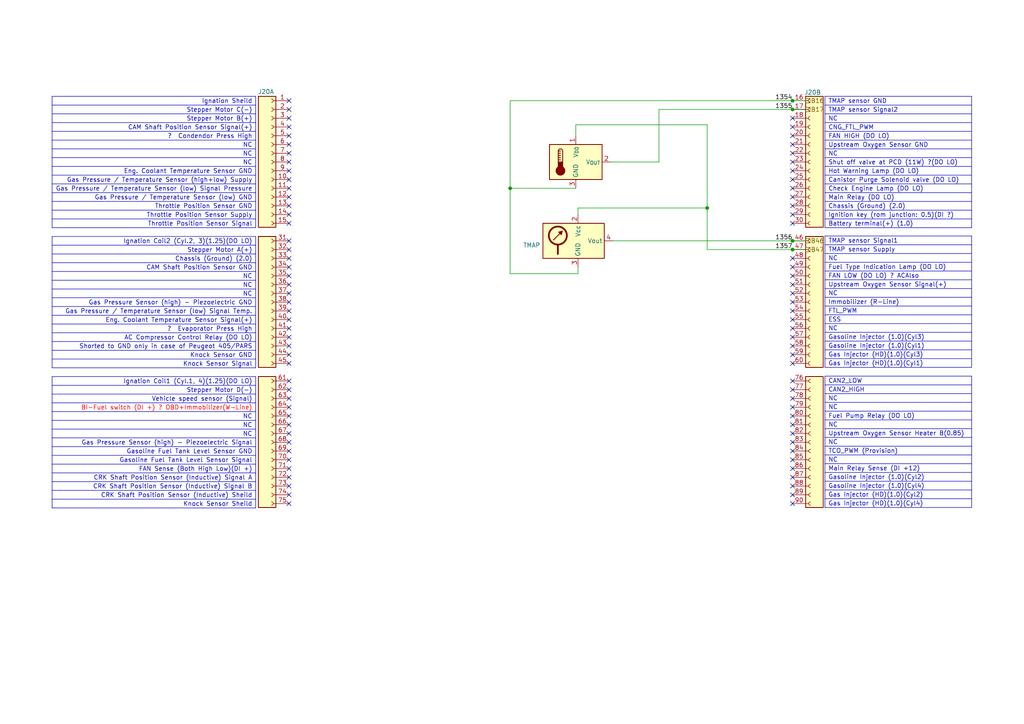
<source format=kicad_sch>
(kicad_sch (version 20250114) (generator "eeschema") (generator_version "9.0")
  (paper "A4")
  (lib_symbols
    (symbol "Conn_01x90_3Row_Socket_1" (pin_names (offset 1.016) (hide yes))
      (property "Reference" "J" (at 1.524 60.833 0))
      (property "Value" "Conn_01x90_3Row_Socket" (at 1.397 -61.214 0))
      (symbol "Conn_01x90_3Row_Socket_1_1_1"
        (pin passive line (at -4.318 58.42 0) (length 3.81) (name "A1") (number "1"))
        (pin passive line (at -4.318 55.88 0) (length 3.81) (name "A2") (number "2"))
        (pin passive line (at -4.318 53.34 0) (length 3.81) (name "A3") (number "3"))
        (pin passive line (at -4.318 50.8 0) (length 3.81) (name "A4") (number "4"))
        (pin passive line (at -4.318 48.26 0) (length 3.81) (name "A5") (number "5"))
        (pin passive line (at -4.318 45.72 0) (length 3.81) (name "A6") (number "6"))
        (pin passive line (at -4.318 43.18 0) (length 3.81) (name "A7") (number "7"))
        (pin passive line (at -4.318 40.64 0) (length 3.81) (name "A8") (number "8"))
        (pin passive line (at -4.318 38.1 0) (length 3.81) (name "A9") (number "9"))
        (pin passive line (at -4.318 35.56 0) (length 3.81) (name "A10") (number "10"))
        (pin passive line (at -4.318 33.02 0) (length 3.81) (name "A11") (number "11"))
        (pin passive line (at -4.318 30.48 0) (length 3.81) (name "A12") (number "12"))
        (pin passive line (at -4.318 27.94 0) (length 3.81) (name "A13") (number "13"))
        (pin passive line (at -4.318 25.4 0) (length 3.81) (name "A14") (number "14"))
        (pin passive line (at -4.318 22.86 0) (length 3.81) (name "A15") (number "15"))
        (pin passive line (at -4.318 17.78 0) (length 3.81) (name "A31") (number "31"))
        (pin passive line (at -4.318 15.24 0) (length 3.81) (name "A32") (number "32"))
        (pin passive line (at -4.318 12.7 0) (length 3.81) (name "A33") (number "33"))
        (pin passive line (at -4.318 10.16 0) (length 3.81) (name "A34") (number "34"))
        (pin passive line (at -4.318 7.62 0) (length 3.81) (name "A35") (number "35"))
        (pin passive line (at -4.318 5.08 0) (length 3.81) (name "A36") (number "36"))
        (pin passive line (at -4.318 2.54 0) (length 3.81) (name "A37") (number "37"))
        (pin passive line (at -4.318 0 0) (length 3.81) (name "A38") (number "38"))
        (pin passive line (at -4.318 -2.54 0) (length 3.81) (name "A39") (number "39"))
        (pin passive line (at -4.318 -5.08 0) (length 3.81) (name "A40") (number "40"))
        (pin passive line (at -4.318 -7.62 0) (length 3.81) (name "A41") (number "41"))
        (pin passive line (at -4.318 -10.16 0) (length 3.81) (name "A42") (number "42"))
        (pin passive line (at -4.318 -12.7 0) (length 3.81) (name "A43") (number "43"))
        (pin passive line (at -4.318 -15.24 0) (length 3.81) (name "A44") (number "44"))
        (pin passive line (at -4.318 -17.78 0) (length 3.81) (name "A45") (number "45"))
        (pin passive line (at -4.318 -22.86 0) (length 3.81) (name "A61") (number "61"))
        (pin passive line (at -4.318 -25.4 0) (length 3.81) (name "A62") (number "62"))
        (pin passive line (at -4.318 -27.94 0) (length 3.81) (name "A63") (number "63"))
        (pin passive line (at -4.318 -30.48 0) (length 3.81) (name "A64") (number "64"))
        (pin passive line (at -4.318 -33.02 0) (length 3.81) (name "A65") (number "65"))
        (pin passive line (at -4.318 -35.56 0) (length 3.81) (name "A66") (number "66"))
        (pin passive line (at -4.318 -38.1 0) (length 3.81) (name "A67") (number "67"))
        (pin passive line (at -4.318 -40.64 0) (length 3.81) (name "A68") (number "68"))
        (pin passive line (at -4.318 -43.18 0) (length 3.81) (name "A69") (number "69"))
        (pin passive line (at -4.318 -45.72 0) (length 3.81) (name "A70") (number "70"))
        (pin passive line (at -4.318 -48.26 0) (length 3.81) (name "A71") (number "71"))
        (pin passive line (at -4.318 -50.8 0) (length 3.81) (name "A72") (number "72"))
        (pin passive line (at -4.318 -53.34 0) (length 3.81) (name "A73") (number "73"))
        (pin passive line (at -4.318 -55.88 0) (length 3.81) (name "A74") (number "74"))
        (pin passive line (at -4.318 -58.42 0) (length 3.81) (name "A75") (number "75"))
      )
      (symbol "Conn_01x90_3Row_Socket_1_2_1"
        (pin passive line (at -4.318 58.42 0) (length 3.81) (name "B16") (number "16"))
        (pin passive line (at -4.318 55.88 0) (length 3.81) (name "B17") (number "17"))
        (pin passive line (at -4.318 53.34 0) (length 3.81) (name "B18") (number "18"))
        (pin passive line (at -4.318 50.8 0) (length 3.81) (name "B19") (number "19"))
        (pin passive line (at -4.318 48.26 0) (length 3.81) (name "B20") (number "20"))
        (pin passive line (at -4.318 45.72 0) (length 3.81) (name "B21") (number "21"))
        (pin passive line (at -4.318 43.18 0) (length 3.81) (name "B22") (number "22"))
        (pin passive line (at -4.318 40.64 0) (length 3.81) (name "B23") (number "23"))
        (pin passive line (at -4.318 38.1 0) (length 3.81) (name "B24") (number "24"))
        (pin passive line (at -4.318 35.56 0) (length 3.81) (name "B25") (number "25"))
        (pin passive line (at -4.318 33.02 0) (length 3.81) (name "B26") (number "26"))
        (pin passive line (at -4.318 30.48 0) (length 3.81) (name "B27") (number "27"))
        (pin passive line (at -4.318 27.94 0) (length 3.81) (name "B28") (number "28"))
        (pin passive line (at -4.318 25.4 0) (length 3.81) (name "B29") (number "29"))
        (pin passive line (at -4.318 22.86 0) (length 3.81) (name "B30") (number "30"))
        (pin passive line (at -4.318 17.78 0) (length 3.81) (name "B46") (number "46"))
        (pin passive line (at -4.318 15.24 0) (length 3.81) (name "B47") (number "47"))
        (pin passive line (at -4.318 12.7 0) (length 3.81) (name "B48") (number "48"))
        (pin passive line (at -4.318 10.16 0) (length 3.81) (name "B49") (number "49"))
        (pin passive line (at -4.318 7.62 0) (length 3.81) (name "B50") (number "50"))
        (pin passive line (at -4.318 5.08 0) (length 3.81) (name "B51") (number "51"))
        (pin passive line (at -4.318 2.54 0) (length 3.81) (name "B52") (number "52"))
        (pin passive line (at -4.318 0 0) (length 3.81) (name "B53") (number "53"))
        (pin passive line (at -4.318 -2.54 0) (length 3.81) (name "B54") (number "54"))
        (pin passive line (at -4.318 -5.08 0) (length 3.81) (name "B55") (number "55"))
        (pin passive line (at -4.318 -7.62 0) (length 3.81) (name "B56") (number "56"))
        (pin passive line (at -4.318 -10.16 0) (length 3.81) (name "B57") (number "57"))
        (pin passive line (at -4.318 -12.7 0) (length 3.81) (name "B58") (number "58"))
        (pin passive line (at -4.318 -15.24 0) (length 3.81) (name "B59") (number "59"))
        (pin passive line (at -4.318 -17.78 0) (length 3.81) (name "B60") (number "60"))
        (pin passive line (at -4.318 -22.86 0) (length 3.81) (name "B76") (number "76"))
        (pin passive line (at -4.318 -25.4 0) (length 3.81) (name "B77") (number "77"))
        (pin passive line (at -4.318 -27.94 0) (length 3.81) (name "B78") (number "78"))
        (pin passive line (at -4.318 -30.48 0) (length 3.81) (name "B79") (number "79"))
        (pin passive line (at -4.318 -33.02 0) (length 3.81) (name "B80") (number "80"))
        (pin passive line (at -4.318 -35.56 0) (length 3.81) (name "B81") (number "81"))
        (pin passive line (at -4.318 -38.1 0) (length 3.81) (name "B82") (number "82"))
        (pin passive line (at -4.318 -40.64 0) (length 3.81) (name "B83") (number "83"))
        (pin passive line (at -4.318 -43.18 0) (length 3.81) (name "B84") (number "84"))
        (pin passive line (at -4.318 -45.72 0) (length 3.81) (name "B85") (number "85"))
        (pin passive line (at -4.318 -48.26 0) (length 3.81) (name "B86") (number "86"))
        (pin passive line (at -4.318 -50.8 0) (length 3.81) (name "B87") (number "87"))
        (pin passive line (at -4.318 -53.34 0) (length 3.81) (name "B88") (number "88"))
        (pin passive line (at -4.318 -55.88 0) (length 3.81) (name "B89") (number "89"))
        (pin passive line (at -4.318 -58.42 0) (length 3.81) (name "B90") (number "90"))
      )
    )
    (symbol "Sensor_Pressure:MPXHZ6115A"
      (property "Reference" "U" (at -10.16 6.35 0))
      (property "Value" "MPXHZ6115A" (at 1.27 6.35 0))
      (symbol "MPXHZ6115A_1_1"
        (pin no_connect line (at -7.62 -5.08 90) (length 2.54) (hide yes) (name "NC") (number "5"))
        (pin no_connect line (at -5.08 -5.08 90) (length 2.54) (hide yes) (name "NC") (number "6"))
        (pin no_connect line (at -2.54 -5.08 90) (length 2.54) (hide yes) (name "NC") (number "7"))
        (pin power_in line (at 0 7.62 270) (length 2.54) (name "Vcc") (number "2"))
        (pin power_in line (at 0 -7.62 90) (length 2.54) (name "GND") (number "3"))
        (pin no_connect line (at 2.54 -5.08 90) (length 2.54) (hide yes) (name "NC") (number "8"))
        (pin no_connect line (at 5.08 -5.08 90) (length 2.54) (hide yes) (name "NC") (number "1"))
        (pin output line (at 10.16 0 180) (length 2.54) (name "Vout") (number "4"))
      )
    )
    (symbol "Sensor_Temperature:MCP9700Ax-ETT"
      (property "Reference" "U" (at -6.35 6.35 0))
      (property "Value" "MCP9700Ax-ETT" (at 1.27 6.35 0))
      (symbol "MCP9700Ax-ETT_1_1"
        (pin power_in line (at 0 7.62 270) (length 2.54) (name "V_{DD}") (number "1"))
        (pin power_in line (at 0 -7.62 90) (length 2.54) (name "GND") (number "3"))
        (pin output line (at 10.16 0 180) (length 2.54) (name "V_{OUT}") (number "2"))
      )
    )
    (symbol "sicma_socket:Conn_01x90_3Row_Socket" (pin_names (offset 1.016) (hide yes))
      (property "Reference" "J" (at 1.524 60.833 0))
      (property "Value" "Conn_01x90_3Row_Socket" (at 1.397 -61.214 0))
      (symbol "Conn_01x90_3Row_Socket_1_1"
        (pin passive line (at -4.318 58.42 0) (length 3.81) (name "A1") (number "1"))
        (pin passive line (at -4.318 55.88 0) (length 3.81) (name "A2") (number "2"))
        (pin passive line (at -4.318 53.34 0) (length 3.81) (name "A3") (number "3"))
        (pin passive line (at -4.318 50.8 0) (length 3.81) (name "A4") (number "4"))
        (pin passive line (at -4.318 48.26 0) (length 3.81) (name "A5") (number "5"))
        (pin passive line (at -4.318 45.72 0) (length 3.81) (name "A6") (number "6"))
        (pin passive line (at -4.318 43.18 0) (length 3.81) (name "A7") (number "7"))
        (pin passive line (at -4.318 40.64 0) (length 3.81) (name "A8") (number "8"))
        (pin passive line (at -4.318 38.1 0) (length 3.81) (name "A9") (number "9"))
        (pin passive line (at -4.318 35.56 0) (length 3.81) (name "A10") (number "10"))
        (pin passive line (at -4.318 33.02 0) (length 3.81) (name "A11") (number "11"))
        (pin passive line (at -4.318 30.48 0) (length 3.81) (name "A12") (number "12"))
        (pin passive line (at -4.318 27.94 0) (length 3.81) (name "A13") (number "13"))
        (pin passive line (at -4.318 25.4 0) (length 3.81) (name "A14") (number "14"))
        (pin passive line (at -4.318 22.86 0) (length 3.81) (name "A15") (number "15"))
        (pin passive line (at -4.318 17.78 0) (length 3.81) (name "A31") (number "31"))
        (pin passive line (at -4.318 15.24 0) (length 3.81) (name "A32") (number "32"))
        (pin passive line (at -4.318 12.7 0) (length 3.81) (name "A33") (number "33"))
        (pin passive line (at -4.318 10.16 0) (length 3.81) (name "A34") (number "34"))
        (pin passive line (at -4.318 7.62 0) (length 3.81) (name "A35") (number "35"))
        (pin passive line (at -4.318 5.08 0) (length 3.81) (name "A36") (number "36"))
        (pin passive line (at -4.318 2.54 0) (length 3.81) (name "A37") (number "37"))
        (pin passive line (at -4.318 0 0) (length 3.81) (name "A38") (number "38"))
        (pin passive line (at -4.318 -2.54 0) (length 3.81) (name "A39") (number "39"))
        (pin passive line (at -4.318 -5.08 0) (length 3.81) (name "A40") (number "40"))
        (pin passive line (at -4.318 -7.62 0) (length 3.81) (name "A41") (number "41"))
        (pin passive line (at -4.318 -10.16 0) (length 3.81) (name "A42") (number "42"))
        (pin passive line (at -4.318 -12.7 0) (length 3.81) (name "A43") (number "43"))
        (pin passive line (at -4.318 -15.24 0) (length 3.81) (name "A44") (number "44"))
        (pin passive line (at -4.318 -17.78 0) (length 3.81) (name "A45") (number "45"))
        (pin passive line (at -4.318 -22.86 0) (length 3.81) (name "A61") (number "61"))
        (pin passive line (at -4.318 -25.4 0) (length 3.81) (name "A62") (number "62"))
        (pin passive line (at -4.318 -27.94 0) (length 3.81) (name "A63") (number "63"))
        (pin passive line (at -4.318 -30.48 0) (length 3.81) (name "A64") (number "64"))
        (pin passive line (at -4.318 -33.02 0) (length 3.81) (name "A65") (number "65"))
        (pin passive line (at -4.318 -35.56 0) (length 3.81) (name "A66") (number "66"))
        (pin passive line (at -4.318 -38.1 0) (length 3.81) (name "A67") (number "67"))
        (pin passive line (at -4.318 -40.64 0) (length 3.81) (name "A68") (number "68"))
        (pin passive line (at -4.318 -43.18 0) (length 3.81) (name "A69") (number "69"))
        (pin passive line (at -4.318 -45.72 0) (length 3.81) (name "A70") (number "70"))
        (pin passive line (at -4.318 -48.26 0) (length 3.81) (name "A71") (number "71"))
        (pin passive line (at -4.318 -50.8 0) (length 3.81) (name "A72") (number "72"))
        (pin passive line (at -4.318 -53.34 0) (length 3.81) (name "A73") (number "73"))
        (pin passive line (at -4.318 -55.88 0) (length 3.81) (name "A74") (number "74"))
        (pin passive line (at -4.318 -58.42 0) (length 3.81) (name "A75") (number "75"))
      )
      (symbol "Conn_01x90_3Row_Socket_2_1"
        (pin passive line (at -4.318 58.42 0) (length 3.81) (name "B16") (number "16"))
        (pin passive line (at -4.318 55.88 0) (length 3.81) (name "B17") (number "17"))
        (pin passive line (at -4.318 53.34 0) (length 3.81) (name "B18") (number "18"))
        (pin passive line (at -4.318 50.8 0) (length 3.81) (name "B19") (number "19"))
        (pin passive line (at -4.318 48.26 0) (length 3.81) (name "B20") (number "20"))
        (pin passive line (at -4.318 45.72 0) (length 3.81) (name "B21") (number "21"))
        (pin passive line (at -4.318 43.18 0) (length 3.81) (name "B22") (number "22"))
        (pin passive line (at -4.318 40.64 0) (length 3.81) (name "B23") (number "23"))
        (pin passive line (at -4.318 38.1 0) (length 3.81) (name "B24") (number "24"))
        (pin passive line (at -4.318 35.56 0) (length 3.81) (name "B25") (number "25"))
        (pin passive line (at -4.318 33.02 0) (length 3.81) (name "B26") (number "26"))
        (pin passive line (at -4.318 30.48 0) (length 3.81) (name "B27") (number "27"))
        (pin passive line (at -4.318 27.94 0) (length 3.81) (name "B28") (number "28"))
        (pin passive line (at -4.318 25.4 0) (length 3.81) (name "B29") (number "29"))
        (pin passive line (at -4.318 22.86 0) (length 3.81) (name "B30") (number "30"))
        (pin passive line (at -4.318 17.78 0) (length 3.81) (name "B46") (number "46"))
        (pin passive line (at -4.318 15.24 0) (length 3.81) (name "B47") (number "47"))
        (pin passive line (at -4.318 12.7 0) (length 3.81) (name "B48") (number "48"))
        (pin passive line (at -4.318 10.16 0) (length 3.81) (name "B49") (number "49"))
        (pin passive line (at -4.318 7.62 0) (length 3.81) (name "B50") (number "50"))
        (pin passive line (at -4.318 5.08 0) (length 3.81) (name "B51") (number "51"))
        (pin passive line (at -4.318 2.54 0) (length 3.81) (name "B52") (number "52"))
        (pin passive line (at -4.318 0 0) (length 3.81) (name "B53") (number "53"))
        (pin passive line (at -4.318 -2.54 0) (length 3.81) (name "B54") (number "54"))
        (pin passive line (at -4.318 -5.08 0) (length 3.81) (name "B55") (number "55"))
        (pin passive line (at -4.318 -7.62 0) (length 3.81) (name "B56") (number "56"))
        (pin passive line (at -4.318 -10.16 0) (length 3.81) (name "B57") (number "57"))
        (pin passive line (at -4.318 -12.7 0) (length 3.81) (name "B58") (number "58"))
        (pin passive line (at -4.318 -15.24 0) (length 3.81) (name "B59") (number "59"))
        (pin passive line (at -4.318 -17.78 0) (length 3.81) (name "B60") (number "60"))
        (pin passive line (at -4.318 -22.86 0) (length 3.81) (name "B76") (number "76"))
        (pin passive line (at -4.318 -25.4 0) (length 3.81) (name "B77") (number "77"))
        (pin passive line (at -4.318 -27.94 0) (length 3.81) (name "B78") (number "78"))
        (pin passive line (at -4.318 -30.48 0) (length 3.81) (name "B79") (number "79"))
        (pin passive line (at -4.318 -33.02 0) (length 3.81) (name "B80") (number "80"))
        (pin passive line (at -4.318 -35.56 0) (length 3.81) (name "B81") (number "81"))
        (pin passive line (at -4.318 -38.1 0) (length 3.81) (name "B82") (number "82"))
        (pin passive line (at -4.318 -40.64 0) (length 3.81) (name "B83") (number "83"))
        (pin passive line (at -4.318 -43.18 0) (length 3.81) (name "B84") (number "84"))
        (pin passive line (at -4.318 -45.72 0) (length 3.81) (name "B85") (number "85"))
        (pin passive line (at -4.318 -48.26 0) (length 3.81) (name "B86") (number "86"))
        (pin passive line (at -4.318 -50.8 0) (length 3.81) (name "B87") (number "87"))
        (pin passive line (at -4.318 -53.34 0) (length 3.81) (name "B88") (number "88"))
        (pin passive line (at -4.318 -55.88 0) (length 3.81) (name "B89") (number "89"))
        (pin passive line (at -4.318 -58.42 0) (length 3.81) (name "B90") (number "90"))
      )
    )
  )
  (junction (at 229.87 31.75))
  (junction (at 229.87 29.21))
  (junction (at 229.87 69.85))
  (junction (at 205.105 60.325))
  (junction (at 229.87 72.39))
  (junction (at 147.955 54.61))
  (no_connect (at 83.82 130.81))
  (no_connect (at 229.87 82.55))
  (no_connect (at 83.82 138.43))
  (no_connect (at 83.82 62.23))
  (no_connect (at 229.87 92.71))
  (no_connect (at 229.87 57.15))
  (no_connect (at 83.82 36.83))
  (no_connect (at 229.87 118.11))
  (no_connect (at 229.87 105.41))
  (no_connect (at 229.87 128.27))
  (no_connect (at 229.87 135.89))
  (no_connect (at 83.82 74.93))
  (no_connect (at 229.87 64.77))
  (no_connect (at 83.82 90.17))
  (no_connect (at 229.87 36.83))
  (no_connect (at 83.82 95.25))
  (no_connect (at 83.82 125.73))
  (no_connect (at 83.82 34.29))
  (no_connect (at 83.82 97.79))
  (no_connect (at 229.87 90.17))
  (no_connect (at 229.87 85.09))
  (no_connect (at 229.87 34.29))
  (no_connect (at 229.87 80.01))
  (no_connect (at 83.82 87.63))
  (no_connect (at 229.87 120.65))
  (no_connect (at 83.82 31.75))
  (no_connect (at 83.82 52.07))
  (no_connect (at 229.87 62.23))
  (no_connect (at 83.82 92.71))
  (no_connect (at 83.82 44.45))
  (no_connect (at 229.87 113.03))
  (no_connect (at 229.87 138.43))
  (no_connect (at 229.87 39.37))
  (no_connect (at 83.82 39.37))
  (no_connect (at 83.82 118.11))
  (no_connect (at 83.82 115.57))
  (no_connect (at 229.87 146.05))
  (no_connect (at 229.87 143.51))
  (no_connect (at 83.82 100.33))
  (no_connect (at 83.82 29.21))
  (no_connect (at 83.82 105.41))
  (no_connect (at 83.82 123.19))
  (no_connect (at 83.82 120.65))
  (no_connect (at 83.82 140.97))
  (no_connect (at 83.82 54.61))
  (no_connect (at 83.82 85.09))
  (no_connect (at 229.87 41.91))
  (no_connect (at 229.87 102.87))
  (no_connect (at 83.82 69.85))
  (no_connect (at 229.87 74.93))
  (no_connect (at 229.87 130.81))
  (no_connect (at 229.87 140.97))
  (no_connect (at 229.87 97.79))
  (no_connect (at 83.82 77.47))
  (no_connect (at 229.87 87.63))
  (no_connect (at 229.87 49.53))
  (no_connect (at 229.87 95.25))
  (no_connect (at 83.82 82.55))
  (no_connect (at 83.82 143.51))
  (no_connect (at 229.87 54.61))
  (no_connect (at 83.82 64.77))
  (no_connect (at 229.87 44.45))
  (no_connect (at 83.82 135.89))
  (no_connect (at 229.87 46.99))
  (no_connect (at 83.82 46.99))
  (no_connect (at 83.82 110.49))
  (no_connect (at 83.82 59.69))
  (no_connect (at 229.87 125.73))
  (no_connect (at 229.87 133.35))
  (no_connect (at 83.82 128.27))
  (no_connect (at 229.87 123.19))
  (no_connect (at 83.82 72.39))
  (no_connect (at 229.87 52.07))
  (no_connect (at 229.87 115.57))
  (no_connect (at 83.82 57.15))
  (no_connect (at 229.87 77.47))
  (no_connect (at 83.82 102.87))
  (no_connect (at 83.82 133.35))
  (no_connect (at 229.87 110.49))
  (no_connect (at 83.82 41.91))
  (no_connect (at 229.87 100.33))
  (no_connect (at 83.82 146.05))
  (no_connect (at 83.82 113.03))
  (no_connect (at 229.87 59.69))
  (no_connect (at 83.82 80.01))
  (no_connect (at 83.82 49.53))
  (wire (pts (xy 177.8 69.85) (xy 229.87 69.85)))
  (wire (pts (xy 147.955 29.21) (xy 147.955 54.61)))
  (wire (pts (xy 205.105 36.195) (xy 205.105 60.325)))
  (wire (pts (xy 205.105 60.325) (xy 205.105 72.39)))
  (wire (pts (xy 233.68 72.39) (xy 229.87 72.39)))
  (wire (pts (xy 233.68 29.21) (xy 229.87 29.21)))
  (wire (pts (xy 229.87 69.85) (xy 233.68 69.85)))
  (wire (pts (xy 167.64 60.325) (xy 205.105 60.325)))
  (wire (pts (xy 147.955 54.61) (xy 147.955 79.375)))
  (wire (pts (xy 229.87 31.75) (xy 233.68 31.75)))
  (wire (pts (xy 167.005 36.195) (xy 167.005 39.37)))
  (wire (pts (xy 191.135 46.99) (xy 191.135 31.75)))
  (wire (pts (xy 229.87 72.39) (xy 205.105 72.39)))
  (wire (pts (xy 167.64 62.23) (xy 167.64 60.325)))
  (wire (pts (xy 205.105 36.195) (xy 167.005 36.195)))
  (wire (pts (xy 147.955 79.375) (xy 167.64 79.375)))
  (wire (pts (xy 177.165 46.99) (xy 191.135 46.99)))
  (wire (pts (xy 167.64 79.375) (xy 167.64 77.47)))
  (wire (pts (xy 229.87 29.21) (xy 147.955 29.21)))
  (wire (pts (xy 147.955 54.61) (xy 167.005 54.61)))
  (wire (pts (xy 191.135 31.75) (xy 229.87 31.75)))
  (table (column_count 1) (border (external yes) (header yes)) (separators (rows yes) (cols yes)) (column_widths 42.545) (row_heights 2.54 2.54 2.54 2.54 2.54 2.54 2.54 2.54 2.54 2.54 2.54 2.54 2.54 2.54 2.54) (cells (table_cell "CAN2_LOW" (at 239.268 109.093 0) (size 42.545 2.54) (margins 0.9525 0.9525 0.9525 0.9525) (span 1 1)) (table_cell "CAN2_HIGH" (at 239.268 111.633 0) (size 42.545 2.54) (margins 0.9525 0.9525 0.9525 0.9525) (span 1 1)) (table_cell "NC" (at 239.268 114.173 0) (size 42.545 2.54) (margins 0.9525 0.9525 0.9525 0.9525) (span 1 1)) (table_cell "NC" (at 239.268 116.713 0) (size 42.545 2.54) (margins 0.9525 0.9525 0.9525 0.9525) (span 1 1)) (table_cell "Fuel Pump Relay (DO LO)" (at 239.268 119.253 0) (size 42.545 2.54) (margins 0.9525 0.9525 0.9525 0.9525) (span 1 1)) (table_cell "NC" (at 239.268 121.793 0) (size 42.545 2.54) (margins 0.9525 0.9525 0.9525 0.9525) (span 1 1)) (table_cell "Upstream Oxygen Sensor Heater B(0.85)" (at 239.268 124.333 0) (size 42.545 2.54) (margins 0.9525 0.9525 0.9525 0.9525) (span 1 1)) (table_cell "NC" (at 239.268 126.873 0) (size 42.545 2.54) (margins 0.9525 0.9525 0.9525 0.9525) (span 1 1)) (table_cell "TCO_PWM (Provision)" (at 239.268 129.413 0) (size 42.545 2.54) (margins 0.9525 0.9525 0.9525 0.9525) (span 1 1)) (table_cell "NC" (at 239.268 131.953 0) (size 42.545 2.54) (margins 0.9525 0.9525 0.9525 0.9525) (span 1 1)) (table_cell "Main Relay Sense (DI +12)" (at 239.268 134.493 0) (size 42.545 2.54) (margins 0.9525 0.9525 0.9525 0.9525) (span 1 1)) (table_cell "Gasoline Injector (1.0)(Cyl2)" (at 239.268 137.033 0) (size 42.545 2.54) (margins 0.9525 0.9525 0.9525 0.9525) (span 1 1)) (table_cell "Gasoline Injector (1.0)(Cyl4)" (at 239.268 139.573 0) (size 42.545 2.54) (margins 0.9525 0.9525 0.9525 0.9525) (span 1 1)) (table_cell "Gas Injector (HD)(1.0)(Cyl2)" (at 239.268 142.113 0) (size 42.545 2.54) (margins 0.9525 0.9525 0.9525 0.9525) (span 1 1)) (table_cell "Gas Injector (HD)(1.0)(Cyl4)" (at 239.268 144.653 0) (size 42.545 2.54) (margins 0.9525 0.9525 0.9525 0.9525) (span 1 1))))
  (table (column_count 1) (border (external yes) (header no)) (separators (rows yes) (cols no)) (column_widths 59.055) (row_heights 2.54 2.54 2.54 2.54 2.54 2.54 2.54 2.54 2.54 2.54 2.54 2.54 2.54 2.54 2.54) (cells (table_cell "Ignation Sheild" (at 15.113 27.94 0) (size 59.055 2.54) (margins 0.9525 0.9525 0.9525 0.9525) (span 1 1)) (table_cell "Stepper Motor C(-)" (at 15.113 30.48 0) (size 59.055 2.54) (margins 0.9525 0.9525 0.9525 0.9525) (span 1 1)) (table_cell "Stepper Motor B(+)" (at 15.113 33.02 0) (size 59.055 2.54) (margins 0.9525 0.9525 0.9525 0.9525) (span 1 1)) (table_cell "CAM Shaft Position Sensor Signal(+)" (at 15.113 35.56 0) (size 59.055 2.54) (margins 0.9525 0.9525 0.9525 0.9525) (span 1 1)) (table_cell "?  Condendor Press High" (at 15.113 38.1 0) (size 59.055 2.54) (margins 0.9525 0.9525 0.9525 0.9525) (span 1 1)) (table_cell "NC" (at 15.113 40.64 0) (size 59.055 2.54) (margins 0.9525 0.9525 0.9525 0.9525) (span 1 1)) (table_cell "NC" (at 15.113 43.18 0) (size 59.055 2.54) (margins 0.9525 0.9525 0.9525 0.9525) (span 1 1)) (table_cell "NC" (at 15.113 45.72 0) (size 59.055 2.54) (margins 0.9525 0.9525 0.9525 0.9525) (span 1 1)) (table_cell "Eng. Coolant Temperature Sensor GND" (at 15.113 48.26 0) (size 59.055 2.54) (margins 0.9525 0.9525 0.9525 0.9525) (span 1 1)) (table_cell "Gas Pressure / Temperature Sensor (high+low) Supply" (at 15.113 50.8 0) (size 59.055 2.54) (margins 0.9525 0.9525 0.9525 0.9525) (span 1 1)) (table_cell "Gas Pressure / Temperature Sensor (low) Signal Pressure" (at 15.113 53.34 0) (size 59.055 2.54) (margins 0.9525 0.9525 0.9525 0.9525) (span 1 1)) (table_cell "Gas Pressure / Temperature Sensor (low) GND" (at 15.113 55.88 0) (size 59.055 2.54) (margins 0.9525 0.9525 0.9525 0.9525) (span 1 1)) (table_cell "Throttle Position Sensor GND" (at 15.113 58.42 0) (size 59.055 2.54) (margins 0.9525 0.9525 0.9525 0.9525) (span 1 1)) (table_cell "Throttle Position Sensor Supply" (at 15.113 60.96 0) (size 59.055 2.54) (margins 0.9525 0.9525 0.9525 0.9525) (span 1 1)) (table_cell "Throttle Position Sensor Signal" (at 15.113 63.5 0) (size 59.055 2.54) (margins 0.9525 0.9525 0.9525 0.9525) (span 1 1))))
  (table (column_count 1) (border (external yes) (header yes)) (separators (rows yes) (cols yes)) (column_widths 42.545) (row_heights 2.54 2.54 2.54 2.54 2.54 2.54 2.54 2.54 2.54 2.54 2.54 2.54 2.54 2.54 2.54) (cells (table_cell "TMAP sensor Signal1" (at 239.268 68.453 0) (size 42.545 2.54) (margins 0.9525 0.9525 0.9525 0.9525) (span 1 1)) (table_cell "TMAP sensor Supply" (at 239.268 70.993 0) (size 42.545 2.54) (margins 0.9525 0.9525 0.9525 0.9525) (span 1 1)) (table_cell "NC" (at 239.268 73.533 0) (size 42.545 2.54) (margins 0.9525 0.9525 0.9525 0.9525) (span 1 1)) (table_cell "Fuel Type Indication Lamp (DO LO)" (at 239.268 76.073 0) (size 42.545 2.54) (margins 0.9525 0.9525 0.9525 0.9525) (span 1 1)) (table_cell "FAN LOW (DO LO) ? ACAlso" (at 239.268 78.613 0) (size 42.545 2.54) (margins 0.9525 0.9525 0.9525 0.9525) (span 1 1)) (table_cell "Upstream Oxygen Sensor Signal(+)" (at 239.268 81.153 0) (size 42.545 2.54) (margins 0.9525 0.9525 0.9525 0.9525) (span 1 1)) (table_cell "NC" (at 239.268 83.693 0) (size 42.545 2.54) (margins 0.9525 0.9525 0.9525 0.9525) (span 1 1)) (table_cell "Immobilizer (R-Line)" (at 239.268 86.233 0) (size 42.545 2.54) (margins 0.9525 0.9525 0.9525 0.9525) (span 1 1)) (table_cell "FTL_PWM" (at 239.268 88.773 0) (size 42.545 2.54) (margins 0.9525 0.9525 0.9525 0.9525) (span 1 1)) (table_cell "ESS" (at 239.268 91.313 0) (size 42.545 2.54) (margins 0.9525 0.9525 0.9525 0.9525) (span 1 1)) (table_cell "NC" (at 239.268 93.853 0) (size 42.545 2.54) (margins 0.9525 0.9525 0.9525 0.9525) (span 1 1)) (table_cell "Gasoline Injector (1.0)(Cyl3)" (at 239.268 96.393 0) (size 42.545 2.54) (margins 0.9525 0.9525 0.9525 0.9525) (span 1 1)) (table_cell "Gasoline Injector (1.0)(Cyl1)" (at 239.268 98.933 0) (size 42.545 2.54) (margins 0.9525 0.9525 0.9525 0.9525) (span 1 1)) (table_cell "Gas Injector (HD)(1.0)(Cyl3)" (at 239.268 101.473 0) (size 42.545 2.54) (margins 0.9525 0.9525 0.9525 0.9525) (span 1 1)) (table_cell "Gas Injector (HD)(1.0)(Cyl1)" (at 239.268 104.013 0) (size 42.545 2.54) (margins 0.9525 0.9525 0.9525 0.9525) (span 1 1))))
  (table (column_count 1) (border (external yes) (header yes)) (separators (rows yes) (cols yes)) (column_widths 59.055) (row_heights 2.54 2.54 2.54 2.54 2.54 2.54 2.54 2.54 2.54 2.54 2.54 2.54 2.54 2.54 2.54) (cells (table_cell "Ignation Coil2 (Cyl.2, 3)(1.25)(DO LO)" (at 15.113 68.58 0) (size 59.055 2.54) (margins 0.9525 0.9525 0.9525 0.9525) (span 1 1)) (table_cell "Stepper Motor A(+)" (at 15.113 71.12 0) (size 59.055 2.54) (margins 0.9525 0.9525 0.9525 0.9525) (span 1 1)) (table_cell "Chassis (Ground) (2.0)" (at 15.113 73.66 0) (size 59.055 2.54) (margins 0.9525 0.9525 0.9525 0.9525) (span 1 1)) (table_cell "CAM Shaft Position Sensor GND" (at 15.113 76.2 0) (size 59.055 2.54) (margins 0.9525 0.9525 0.9525 0.9525) (span 1 1)) (table_cell "NC" (at 15.113 78.74 0) (size 59.055 2.54) (margins 0.9525 0.9525 0.9525 0.9525) (span 1 1)) (table_cell "NC" (at 15.113 81.28 0) (size 59.055 2.54) (margins 0.9525 0.9525 0.9525 0.9525) (span 1 1)) (table_cell "NC" (at 15.113 83.82 0) (size 59.055 2.54) (margins 0.9525 0.9525 0.9525 0.9525) (span 1 1)) (table_cell "Gas Pressure Sensor (high) - Piezoelectric GND" (at 15.113 86.36 0) (size 59.055 2.54) (margins 0.9525 0.9525 0.9525 0.9525) (span 1 1)) (table_cell "Gas Pressure / Temperature Sensor (low) Signal Temp." (at 15.113 88.9 0) (size 59.055 2.54) (margins 0.9525 0.9525 0.9525 0.9525) (span 1 1)) (table_cell "Eng. Coolant Temperature Sensor Signal(+)" (at 15.113 91.44 0) (size 59.055 2.54) (margins 0.9525 0.9525 0.9525 0.9525) (span 1 1)) (table_cell "?  Evaporator Press High" (at 15.113 93.98 0) (size 59.055 2.54) (margins 0.9525 0.9525 0.9525 0.9525) (span 1 1)) (table_cell "AC Compressor Control Relay (DO LO)" (at 15.113 96.52 0) (size 59.055 2.54) (margins 0.9525 0.9525 0.9525 0.9525) (span 1 1)) (table_cell "Shorted to GND only in case of Peugeot 405/PARS" (at 15.113 99.06 0) (size 59.055 2.54) (margins 0.9525 0.9525 0.9525 0.9525) (span 1 1)) (table_cell "Knock Sensor GND" (at 15.113 101.6 0) (size 59.055 2.54) (margins 0.9525 0.9525 0.9525 0.9525) (span 1 1)) (table_cell "Knock Sensor Signal" (at 15.113 104.14 0) (size 59.055 2.54) (margins 0.9525 0.9525 0.9525 0.9525) (span 1 1))))
  (table (column_count 1) (border (external yes) (header yes)) (separators (rows yes) (cols yes)) (column_widths 59.055) (row_heights 2.54 2.54 2.54 2.54 2.54 2.54 2.54 2.54 2.54 2.54 2.54 2.54 2.54 2.54 2.54) (cells (table_cell "Ignation Coil1 (Cyl.1, 4)(1.25)(DO LO)" (at 15.113 109.22 0) (size 59.055 2.54) (margins 0.9525 0.9525 0.9525 0.9525) (span 1 1)) (table_cell "Stepper Motor D(-)" (at 15.113 111.76 0) (size 59.055 2.54) (margins 0.9525 0.9525 0.9525 0.9525) (span 1 1)) (table_cell "Vehicle speed sensor (Signal)" (at 15.113 114.3 0) (size 59.055 2.54) (margins 0.9525 0.9525 0.9525 0.9525) (span 1 1)) (table_cell "Bi-Fuel switch (DI +) ? OBD+Immobilizer(W-Line)" (at 15.113 116.84 0) (size 59.055 2.54) (margins 0.9525 0.9525 0.9525 0.9525) (span 1 1)) (table_cell "NC" (at 15.113 119.38 0) (size 59.055 2.54) (margins 0.9525 0.9525 0.9525 0.9525) (span 1 1)) (table_cell "NC" (at 15.113 121.92 0) (size 59.055 2.54) (margins 0.9525 0.9525 0.9525 0.9525) (span 1 1)) (table_cell "NC" (at 15.113 124.46 0) (size 59.055 2.54) (margins 0.9525 0.9525 0.9525 0.9525) (span 1 1)) (table_cell "Gas Pressure Sensor (high) - Piezoelectric Signal" (at 15.113 127 0) (size 59.055 2.54) (margins 0.9525 0.9525 0.9525 0.9525) (span 1 1)) (table_cell "Gasoline Fuel Tank Level Sensor GND" (at 15.113 129.54 0) (size 59.055 2.54) (margins 0.9525 0.9525 0.9525 0.9525) (span 1 1)) (table_cell "Gasoline Fuel Tank Level Sensor Signal" (at 15.113 132.08 0) (size 59.055 2.54) (margins 0.9525 0.9525 0.9525 0.9525) (span 1 1)) (table_cell "FAN Sense (Both High Low)(DI +)" (at 15.113 134.62 0) (size 59.055 2.54) (margins 0.9525 0.9525 0.9525 0.9525) (span 1 1)) (table_cell "CRK Shaft Position Sensor (Inductive) Signal A" (at 15.113 137.16 0) (size 59.055 2.54) (margins 0.9525 0.9525 0.9525 0.9525) (span 1 1)) (table_cell "CRK Shaft Position Sensor (Inductive) Signal B" (at 15.113 139.7 0) (size 59.055 2.54) (margins 0.9525 0.9525 0.9525 0.9525) (span 1 1)) (table_cell "CRK Shaft Position Sensor (Inductive) Sheild" (at 15.113 142.24 0) (size 59.055 2.54) (margins 0.9525 0.9525 0.9525 0.9525) (span 1 1)) (table_cell "Knock Sensor Sheild" (at 15.113 144.78 0) (size 59.055 2.54) (margins 0.9525 0.9525 0.9525 0.9525) (span 1 1))))
  (table (column_count 1) (border (external yes) (header yes)) (separators (rows yes) (cols yes)) (column_widths 42.545) (row_heights 2.54 2.54 2.54 2.54 2.54 2.54 2.54 2.54 2.54 2.54 2.54 2.54 2.54 2.54 2.54) (cells (table_cell "TMAP sensor GND" (at 239.268 27.94 0) (size 42.545 2.54) (margins 0.9525 0.9525 0.9525 0.9525) (span 1 1)) (table_cell "TMAP sensor Signal2" (at 239.268 30.48 0) (size 42.545 2.54) (margins 0.9525 0.9525 0.9525 0.9525) (span 1 1)) (table_cell "NC" (at 239.268 33.02 0) (size 42.545 2.54) (margins 0.9525 0.9525 0.9525 0.9525) (span 1 1)) (table_cell "CNG_FTL_PWM" (at 239.268 35.56 0) (size 42.545 2.54) (margins 0.9525 0.9525 0.9525 0.9525) (span 1 1)) (table_cell "FAN HIGH (DO LO)" (at 239.268 38.1 0) (size 42.545 2.54) (margins 0.9525 0.9525 0.9525 0.9525) (span 1 1)) (table_cell "Upstream Oxygen Sensor GND" (at 239.268 40.64 0) (size 42.545 2.54) (margins 0.9525 0.9525 0.9525 0.9525) (span 1 1)) (table_cell "NC" (at 239.268 43.18 0) (size 42.545 2.54) (margins 0.9525 0.9525 0.9525 0.9525) (span 1 1)) (table_cell "Shut off valve at PCD (11W) ?(DO LO)" (at 239.268 45.72 0) (size 42.545 2.54) (margins 0.9525 0.9525 0.9525 0.9525) (span 1 1)) (table_cell "Hot Warning Lamp (DO LO)" (at 239.268 48.26 0) (size 42.545 2.54) (margins 0.9525 0.9525 0.9525 0.9525) (span 1 1)) (table_cell "Canistor Purge Solenoid valve (DO LO)" (at 239.268 50.8 0) (size 42.545 2.54) (margins 0.9525 0.9525 0.9525 0.9525) (span 1 1)) (table_cell "Check Engine Lamp (DO LO)" (at 239.268 53.34 0) (size 42.545 2.54) (margins 0.9525 0.9525 0.9525 0.9525) (span 1 1)) (table_cell "Main Relay (DO LO)" (at 239.268 55.88 0) (size 42.545 2.54) (margins 0.9525 0.9525 0.9525 0.9525) (span 1 1)) (table_cell "Chassis (Ground) (2.0)" (at 239.268 58.42 0) (size 42.545 2.54) (margins 0.9525 0.9525 0.9525 0.9525) (span 1 1)) (table_cell "Ignition key (rom junction: 0.5)(DI ?)" (at 239.268 60.96 0) (size 42.545 2.54) (margins 0.9525 0.9525 0.9525 0.9525) (span 1 1)) (table_cell "Battery terminal(+) (1.0)" (at 239.268 63.5 0) (size 42.545 2.54) (margins 0.9525 0.9525 0.9525 0.9525) (span 1 1))))
  (label "1357" (at 229.87 72.39 180))
  (label "1356" (at 229.87 69.85 180))
  (label "1355" (at 229.87 31.75 180))
  (label "1354" (at 229.87 29.21 180))
  (hierarchical_label "B16" (shape passive) (at 233.68 29.21 0))
  (hierarchical_label "B47" (shape passive) (at 233.68 72.39 0))
  (hierarchical_label "B46" (shape passive) (at 233.68 69.85 0))
  (hierarchical_label "B17" (shape passive) (at 233.68 31.75 0))
  (symbol (lib_id "sicma_socket:Conn_01x90_3Row_Socket") (at 79.502 87.63 0) (mirror y) (unit 1)
    (property "Reference" "J20" (at 79.502 26.6064 0) (effects (justify left)))
    (property "Value" "Conn_01x90_3Row_Socket" (effects (hide yes)))
    (property "Description" "\"Duble connector, triple row, 03x30, unit letter first pin numbering scheme (pin number form 1 to 90\"" (effects (hide yes)))
  )
  (symbol (lib_name "Conn_01x90_3Row_Socket_1") (lib_id "sicma_socket:Conn_01x90_3Row_Socket") (at 234.188 87.63 0) (unit 2)
    (property "Reference" "J20" (at 235.712 26.797 0))
    (property "Value" "Conn_01x90_3Row_Socket" (effects (hide yes)))
    (property "Description" "\"Duble connector, triple row, 03x30, unit letter first pin numbering scheme (pin number form 1 to 90\"" (effects (hide yes)))
  )
  (symbol (lib_id "Sensor_Pressure:MPXHZ6115A") (at 167.64 69.85 0) (unit 1) (in_bom no) (on_board no)
    (property "Reference" "U52" (effects (hide yes)))
    (property "Value" "TMAP" (at 156.718 71.1199 0) (effects (justify right)))
    (property "Datasheet" "https://www.nxp.com/docs/en/data-sheet/MPXA6115A.pdf" (effects (hide yes)))
    (property "Description" "Absolute pressure sensor, 15 to 115kPa, analog output, integrated signal conditioning, temperature compensated, media resistant gel, SSO package" (effects (hide yes)))
  )
  (symbol (lib_id "Sensor_Temperature:MCP9700Ax-ETT") (at 167.005 46.99 0) (unit 1) (in_bom no) (on_board no)
    (property "Reference" "U51" (effects (hide yes)))
    (property "Value" "MCP9700Ax-ETT" (effects (hide yes)))
    (property "Footprint" "Package_TO_SOT_SMD:SOT-23" (effects (hide yes)))
    (property "Datasheet" "http://ww1.microchip.com/downloads/en/devicedoc/20001942g.pdf" (effects (hide yes)))
    (property "Description" "Low power, analog thermistor temperature sensor, ±2C accuracy, -40C to +125C, in SOT-23-3" (effects (hide yes)))
  )
)
</source>
